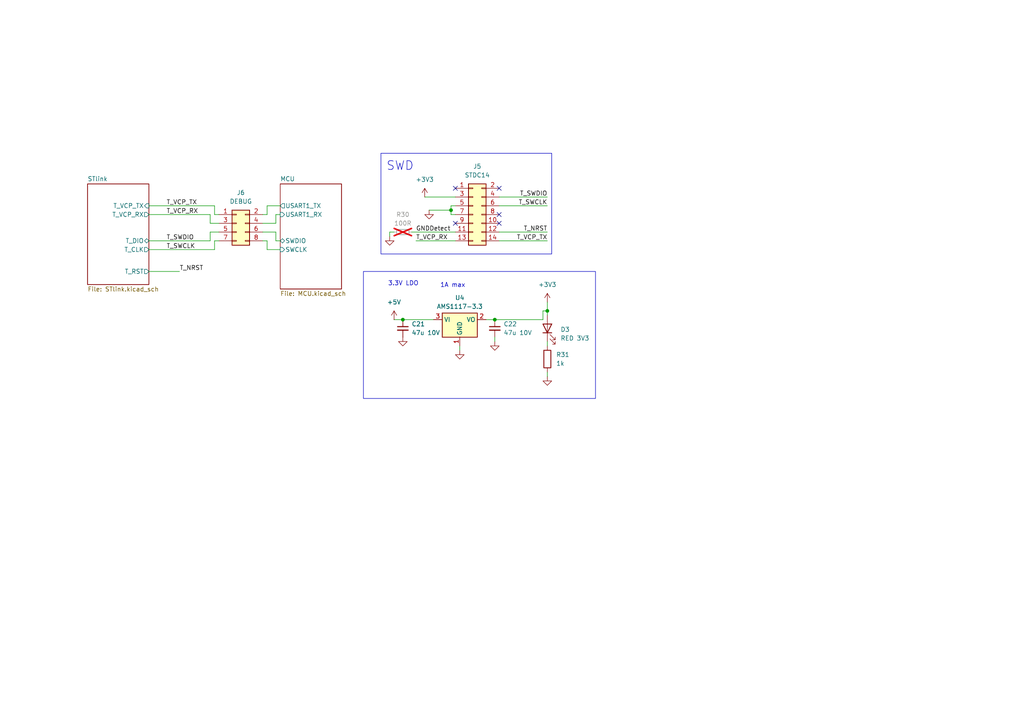
<source format=kicad_sch>
(kicad_sch (version 20231120) (generator "eeschema") (generator_version "8.0")
  (paper "A4")
  (lib_symbols
    (symbol "Connector_Generic:Conn_02x04_Odd_Even" (pin_names (offset 1.016) hide)
      (property "Reference" "J" (at 1.27 5.08 0))
      (property "Value" "Conn_02x04_Odd_Even" (at 1.27 -7.62 0))
      (symbol "Conn_02x04_Odd_Even_1_1"
        (rectangle (start -1.27 -4.953) (end 0 -5.207) (stroke (width 0.1524)))
        (rectangle (start -1.27 -2.413) (end 0 -2.667) (stroke (width 0.1524)))
        (rectangle (start -1.27 0.127) (end 0 -0.127) (stroke (width 0.1524)))
        (rectangle (start -1.27 2.667) (end 0 2.413) (stroke (width 0.1524)))
        (rectangle (start -1.27 3.81) (end 3.81 -6.35) (stroke (width 0.254)) (fill (type background)))
        (rectangle (start 3.81 -4.953) (end 2.54 -5.207) (stroke (width 0.1524)))
        (rectangle (start 3.81 -2.413) (end 2.54 -2.667) (stroke (width 0.1524)))
        (rectangle (start 3.81 0.127) (end 2.54 -0.127) (stroke (width 0.1524)))
        (rectangle (start 3.81 2.667) (end 2.54 2.413) (stroke (width 0.1524)))
        (pin passive line (at -5.08 2.54 0) (length 3.81) (name "Pin_1") (number "1"))
        (pin passive line (at 7.62 2.54 180) (length 3.81) (name "Pin_2") (number "2"))
        (pin passive line (at -5.08 0 0) (length 3.81) (name "Pin_3") (number "3"))
        (pin passive line (at 7.62 0 180) (length 3.81) (name "Pin_4") (number "4"))
        (pin passive line (at -5.08 -2.54 0) (length 3.81) (name "Pin_5") (number "5"))
        (pin passive line (at 7.62 -2.54 180) (length 3.81) (name "Pin_6") (number "6"))
        (pin passive line (at -5.08 -5.08 0) (length 3.81) (name "Pin_7") (number "7"))
        (pin passive line (at 7.62 -5.08 180) (length 3.81) (name "Pin_8") (number "8"))
      )
    )
    (symbol "Connector_Generic:Conn_02x07_Odd_Even" (pin_names (offset 1.016) hide)
      (property "Reference" "J" (at 1.27 10.16 0))
      (property "Value" "Conn_02x07_Odd_Even" (at 1.27 -10.16 0))
      (symbol "Conn_02x07_Odd_Even_1_1"
        (rectangle (start -1.27 -7.493) (end 0 -7.747) (stroke (width 0.1524)))
        (rectangle (start -1.27 -4.953) (end 0 -5.207) (stroke (width 0.1524)))
        (rectangle (start -1.27 -2.413) (end 0 -2.667) (stroke (width 0.1524)))
        (rectangle (start -1.27 0.127) (end 0 -0.127) (stroke (width 0.1524)))
        (rectangle (start -1.27 2.667) (end 0 2.413) (stroke (width 0.1524)))
        (rectangle (start -1.27 5.207) (end 0 4.953) (stroke (width 0.1524)))
        (rectangle (start -1.27 7.747) (end 0 7.493) (stroke (width 0.1524)))
        (rectangle (start -1.27 8.89) (end 3.81 -8.89) (stroke (width 0.254)) (fill (type background)))
        (rectangle (start 3.81 -7.493) (end 2.54 -7.747) (stroke (width 0.1524)))
        (rectangle (start 3.81 -4.953) (end 2.54 -5.207) (stroke (width 0.1524)))
        (rectangle (start 3.81 -2.413) (end 2.54 -2.667) (stroke (width 0.1524)))
        (rectangle (start 3.81 0.127) (end 2.54 -0.127) (stroke (width 0.1524)))
        (rectangle (start 3.81 2.667) (end 2.54 2.413) (stroke (width 0.1524)))
        (rectangle (start 3.81 5.207) (end 2.54 4.953) (stroke (width 0.1524)))
        (rectangle (start 3.81 7.747) (end 2.54 7.493) (stroke (width 0.1524)))
        (pin passive line (at -5.08 7.62 0) (length 3.81) (name "Pin_1") (number "1"))
        (pin passive line (at 7.62 -2.54 180) (length 3.81) (name "Pin_10") (number "10"))
        (pin passive line (at -5.08 -5.08 0) (length 3.81) (name "Pin_11") (number "11"))
        (pin passive line (at 7.62 -5.08 180) (length 3.81) (name "Pin_12") (number "12"))
        (pin passive line (at -5.08 -7.62 0) (length 3.81) (name "Pin_13") (number "13"))
        (pin passive line (at 7.62 -7.62 180) (length 3.81) (name "Pin_14") (number "14"))
        (pin passive line (at 7.62 7.62 180) (length 3.81) (name "Pin_2") (number "2"))
        (pin passive line (at -5.08 5.08 0) (length 3.81) (name "Pin_3") (number "3"))
        (pin passive line (at 7.62 5.08 180) (length 3.81) (name "Pin_4") (number "4"))
        (pin passive line (at -5.08 2.54 0) (length 3.81) (name "Pin_5") (number "5"))
        (pin passive line (at 7.62 2.54 180) (length 3.81) (name "Pin_6") (number "6"))
        (pin passive line (at -5.08 0 0) (length 3.81) (name "Pin_7") (number "7"))
        (pin passive line (at 7.62 0 180) (length 3.81) (name "Pin_8") (number "8"))
        (pin passive line (at -5.08 -2.54 0) (length 3.81) (name "Pin_9") (number "9"))
      )
    )
    (symbol "Device:C_Small" (pin_numbers hide) (pin_names (offset 0.254) hide)
      (property "Reference" "C" (at 0.254 1.778 0))
      (property "Value" "C_Small" (at 0.254 -2.032 0))
      (symbol "C_Small_0_1"
        (polyline (pts (xy -1.524 -0.508) (xy 1.524 -0.508)) (stroke (width 0.3302)))
        (polyline (pts (xy -1.524 0.508) (xy 1.524 0.508)) (stroke (width 0.3048)))
      )
      (symbol "C_Small_1_1"
        (pin passive line (at 0 2.54 270) (length 2.032) (name "~") (number "1"))
        (pin passive line (at 0 -2.54 90) (length 2.032) (name "~") (number "2"))
      )
    )
    (symbol "Device:LED" (pin_numbers hide) (pin_names (offset 1.016) hide)
      (property "Reference" "D" (at 0 2.54 0))
      (property "Value" "LED" (at 0 -2.54 0))
      (symbol "LED_0_1"
        (polyline (pts (xy -1.27 -1.27) (xy -1.27 1.27)) (stroke (width 0.254)))
        (polyline (pts (xy -1.27 0) (xy 1.27 0)))
        (polyline (pts (xy 1.27 -1.27) (xy 1.27 1.27) (xy -1.27 0) (xy 1.27 -1.27)) (stroke (width 0.254)))
        (polyline (pts (xy -3.048 -0.762) (xy -4.572 -2.286) (xy -3.81 -2.286) (xy -4.572 -2.286) (xy -4.572 -1.524)))
        (polyline (pts (xy -1.778 -0.762) (xy -3.302 -2.286) (xy -2.54 -2.286) (xy -3.302 -2.286) (xy -3.302 -1.524)))
      )
      (symbol "LED_1_1"
        (pin passive line (at -3.81 0 0) (length 2.54) (name "K") (number "1"))
        (pin passive line (at 3.81 0 180) (length 2.54) (name "A") (number "2"))
      )
    )
    (symbol "Device:R" (pin_numbers hide) (pin_names (offset 0))
      (property "Reference" "R" (at 2.032 0 90))
      (property "Value" "R" (at 0 0 90))
      (symbol "R_0_1"
        (rectangle (start -1.016 -2.54) (end 1.016 2.54) (stroke (width 0.254)))
      )
      (symbol "R_1_1"
        (pin passive line (at 0 3.81 270) (length 1.27) (name "~") (number "1"))
        (pin passive line (at 0 -3.81 90) (length 1.27) (name "~") (number "2"))
      )
    )
    (symbol "Device:R_Small" (pin_numbers hide) (pin_names (offset 0.254) hide)
      (property "Reference" "R" (at 0.762 0.508 0))
      (property "Value" "R_Small" (at 0.762 -1.016 0))
      (symbol "R_Small_0_1"
        (rectangle (start -0.762 1.778) (end 0.762 -1.778) (stroke (width 0.2032)))
      )
      (symbol "R_Small_1_1"
        (pin passive line (at 0 2.54 270) (length 0.762) (name "~") (number "1"))
        (pin passive line (at 0 -2.54 90) (length 0.762) (name "~") (number "2"))
      )
    )
    (symbol "Regulator_Linear:AMS1117-3.3"
      (property "Reference" "U" (at -3.81 3.175 0))
      (property "Value" "AMS1117-3.3" (at 0 3.175 0))
      (symbol "AMS1117-3.3_0_1"
        (rectangle (start -5.08 -5.08) (end 5.08 1.905) (stroke (width 0.254)) (fill (type background)))
      )
      (symbol "AMS1117-3.3_1_1"
        (pin power_in line (at 0 -7.62 90) (length 2.54) (name "GND") (number "1"))
        (pin power_out line (at 7.62 0 180) (length 2.54) (name "VO") (number "2"))
        (pin power_in line (at -7.62 0 0) (length 2.54) (name "VI") (number "3"))
      )
    )
    (symbol "power:+3V3" (power) (pin_numbers hide) (pin_names (offset 0) hide)
      (property "Value" "+3V3" (at 0 3.556 0))
      (symbol "+3V3_0_1"
        (polyline (pts (xy -0.762 1.27) (xy 0 2.54)))
        (polyline (pts (xy 0 0) (xy 0 2.54)))
        (polyline (pts (xy 0 2.54) (xy 0.762 1.27)))
      )
      (symbol "+3V3_1_1"
        (pin power_in line (at 0 0 90) (length 0) (name "~") (number "1"))
      )
    )
    (symbol "power:+5V" (power) (pin_numbers hide) (pin_names (offset 0) hide)
      (property "Value" "+5V" (at 0 3.556 0))
      (symbol "+5V_0_1"
        (polyline (pts (xy -0.762 1.27) (xy 0 2.54)))
        (polyline (pts (xy 0 0) (xy 0 2.54)))
        (polyline (pts (xy 0 2.54) (xy 0.762 1.27)))
      )
      (symbol "+5V_1_1"
        (pin power_in line (at 0 0 90) (length 0) (name "~") (number "1"))
      )
    )
    (symbol "power:GND" (power) (pin_numbers hide) (pin_names (offset 0) hide)
      (property "Value" "GND" (at 0 -3.81 0))
      (symbol "GND_0_1"
        (polyline (pts (xy 0 0) (xy 0 -1.27) (xy 1.27 -1.27) (xy 0 -2.54) (xy -1.27 -1.27) (xy 0 -1.27)))
      )
      (symbol "GND_1_1"
        (pin power_in line (at 0 0 270) (length 0) (name "~") (number "1"))
      )
    )
  )
  (junction (at 158.75 90.17))
  (junction (at 116.84 92.71))
  (junction (at 130.81 60.96))
  (junction (at 143.51 92.71))
  (no_connect (at 144.78 54.61))
  (no_connect (at 144.78 62.23))
  (no_connect (at 132.08 54.61))
  (no_connect (at 132.08 64.77))
  (no_connect (at 144.78 64.77))
  (wire (pts (xy 158.75 109.22) (xy 158.75 107.95)))
  (wire (pts (xy 60.96 67.31) (xy 60.96 69.85)))
  (wire (pts (xy 80.01 67.31) (xy 80.01 69.85)))
  (wire (pts (xy 62.23 62.23) (xy 62.23 59.69)))
  (wire (pts (xy 140.97 92.71) (xy 143.51 92.71)))
  (wire (pts (xy 114.3 67.31) (xy 113.03 67.31)))
  (wire (pts (xy 60.96 67.31) (xy 63.5 67.31)))
  (wire (pts (xy 43.18 69.85) (xy 60.96 69.85)))
  (wire (pts (xy 144.78 57.15) (xy 158.75 57.15)))
  (wire (pts (xy 43.18 78.74) (xy 52.07 78.74)))
  (wire (pts (xy 80.01 69.85) (xy 81.28 69.85)))
  (wire (pts (xy 77.47 72.39) (xy 81.28 72.39)))
  (wire (pts (xy 43.18 59.69) (xy 62.23 59.69)))
  (wire (pts (xy 76.2 69.85) (xy 77.47 69.85)))
  (wire (pts (xy 60.96 64.77) (xy 60.96 62.23)))
  (wire (pts (xy 62.23 69.85) (xy 62.23 72.39)))
  (wire (pts (xy 130.81 59.69) (xy 130.81 60.96)))
  (wire (pts (xy 158.75 100.33) (xy 158.75 99.06)))
  (wire (pts (xy 120.65 69.85) (xy 132.08 69.85)))
  (wire (pts (xy 77.47 59.69) (xy 81.28 59.69)))
  (wire (pts (xy 60.96 64.77) (xy 63.5 64.77)))
  (wire (pts (xy 130.81 60.96) (xy 124.46 60.96)))
  (wire (pts (xy 119.38 67.31) (xy 132.08 67.31)))
  (wire (pts (xy 130.81 62.23) (xy 132.08 62.23)))
  (wire (pts (xy 77.47 69.85) (xy 77.47 72.39)))
  (wire (pts (xy 158.75 90.17) (xy 158.75 91.44)))
  (wire (pts (xy 130.81 60.96) (xy 130.81 62.23)))
  (wire (pts (xy 116.84 92.71) (xy 125.73 92.71)))
  (wire (pts (xy 62.23 69.85) (xy 63.5 69.85)))
  (wire (pts (xy 144.78 69.85) (xy 158.75 69.85)))
  (wire (pts (xy 133.35 101.6) (xy 133.35 100.33)))
  (wire (pts (xy 157.48 92.71) (xy 157.48 90.17)))
  (wire (pts (xy 76.2 67.31) (xy 80.01 67.31)))
  (wire (pts (xy 62.23 62.23) (xy 63.5 62.23)))
  (wire (pts (xy 114.3 92.71) (xy 116.84 92.71)))
  (wire (pts (xy 113.03 67.31) (xy 113.03 68.58)))
  (wire (pts (xy 43.18 72.39) (xy 62.23 72.39)))
  (wire (pts (xy 80.01 64.77) (xy 80.01 62.23)))
  (wire (pts (xy 123.19 57.15) (xy 132.08 57.15)))
  (wire (pts (xy 158.75 87.63) (xy 158.75 90.17)))
  (wire (pts (xy 144.78 59.69) (xy 158.75 59.69)))
  (wire (pts (xy 132.08 59.69) (xy 130.81 59.69)))
  (wire (pts (xy 77.47 62.23) (xy 77.47 59.69)))
  (wire (pts (xy 143.51 92.71) (xy 157.48 92.71)))
  (wire (pts (xy 144.78 67.31) (xy 158.75 67.31)))
  (wire (pts (xy 158.75 90.17) (xy 157.48 90.17)))
  (wire (pts (xy 76.2 62.23) (xy 77.47 62.23)))
  (wire (pts (xy 43.18 62.23) (xy 60.96 62.23)))
  (wire (pts (xy 80.01 62.23) (xy 81.28 62.23)))
  (wire (pts (xy 76.2 64.77) (xy 80.01 64.77)))
  (wire (pts (xy 143.51 99.06) (xy 143.51 97.79)))
  (rectangle (start 105.41 78.74) (end 172.72 115.57))
  (rectangle (start 110.49 44.45) (end 160.02 73.66))
  (text "3.3V LDO" (at 112.522 83.058 0) (effects (font (size 1.27 1.27)) (justify left bottom)))
  (text "SWD" (at 112.014 46.736 0) (effects (font (size 2.54 2.54)) (justify left top)))
  (text "1A max" (at 131.318 82.804 0) (effects (font (size 1.27 1.27))))
  (label "T_SWDIO" (at 158.75 57.15 180))
  (label "GNDDetect" (at 120.65 67.31 0))
  (label "T_SWDIO" (at 48.26 69.85 0))
  (label "T_NRST" (at 158.75 67.31 180))
  (label "T_VCP_RX" (at 120.65 69.85 0))
  (label "T_VCP_TX" (at 48.26 59.69 0))
  (label "T_SWCLK" (at 158.75 59.69 180))
  (label "T_VCP_RX" (at 48.26 62.23 0))
  (label "T_SWCLK" (at 48.26 72.39 0))
  (label "T_VCP_TX" (at 158.75 69.85 180))
  (label "T_NRST" (at 52.07 78.74 0))
  (symbol (lib_id "Device:R_Small") (at 116.84 67.31 90) (unit 1) (in_bom no) (on_board no) (dnp yes)
    (property "Reference" "R30" (at 116.84 62.23 90))
    (property "Value" "100R" (at 116.84 64.77 90))
    (property "Footprint" "Resistor_SMD:R_0603_1608Metric" (effects (hide yes)))
    (property "Description" "Resistor, small symbol" (effects (hide yes)))
  )
  (symbol (lib_id "Connector_Generic:Conn_02x04_Odd_Even") (at 68.58 64.77 0) (unit 1)
    (property "Reference" "J6" (at 69.85 55.88 0))
    (property "Value" "DEBUG" (at 69.85 58.42 0))
    (property "Footprint" "Connector_PinHeader_2.54mm:PinHeader_2x04_P2.54mm_Vertical" (effects (hide yes)))
    (property "Description" "Generic connector, double row, 02x04, odd/even pin numbering scheme (row 1 odd numbers, row 2 even numbers), script generated (kicad-library-utils/schlib/autogen/connector/)" (effects (hide yes)))
  )
  (symbol (lib_id "Regulator_Linear:AMS1117-3.3") (at 133.35 92.71 0) (unit 1)
    (property "Reference" "U4" (at 133.35 86.36 0))
    (property "Value" "AMS1117-3.3" (at 133.35 88.9 0))
    (property "Footprint" "Package_TO_SOT_SMD:SOT-223-3_TabPin2" (effects (hide yes)))
    (property "Datasheet" "http://www.advanced-monolithic.com/pdf/ds1117.pdf" (effects (hide yes)))
    (property "Description" "1A Low Dropout regulator, positive, 3.3V fixed output, SOT-223" (effects (hide yes)))
  )
  (symbol (lib_id "power:+3V3") (at 123.19 57.15 0) (unit 1)
    (property "Reference" "#PWR051" (effects (hide yes)))
    (property "Value" "+3V3" (at 123.19 52.07 0))
    (property "Description" "Power symbol creates a global label with name \"+3V3\"" (effects (hide yes)))
  )
  (symbol (lib_id "power:GND") (at 113.03 68.58 0) (unit 1)
    (property "Reference" "#PWR053" (effects (hide yes)))
    (property "Value" "GND" (effects (hide yes)))
    (property "Description" "Power symbol creates a global label with name \"GND\" , ground" (effects (hide yes)))
  )
  (symbol (lib_id "power:GND") (at 133.35 101.6 0) (unit 1)
    (property "Reference" "#PWR058" (effects (hide yes)))
    (property "Value" "GND" (effects (hide yes)))
    (property "Description" "Power symbol creates a global label with name \"GND\" , ground" (effects (hide yes)))
  )
  (symbol (lib_id "power:GND") (at 116.84 97.79 0) (unit 1)
    (property "Reference" "#PWR056" (effects (hide yes)))
    (property "Value" "GND" (effects (hide yes)))
    (property "Description" "Power symbol creates a global label with name \"GND\" , ground" (effects (hide yes)))
  )
  (symbol (lib_id "Device:R") (at 158.75 104.14 0) (unit 1)
    (property "Reference" "R31" (at 161.29 102.87 0) (effects (justify left)))
    (property "Value" "1k" (at 161.29 105.41 0) (effects (justify left)))
    (property "Footprint" "Resistor_SMD:R_0402_1005Metric" (effects (hide yes)))
    (property "Description" "Resistor" (effects (hide yes)))
  )
  (symbol (lib_id "power:GND") (at 124.46 60.96 0) (unit 1)
    (property "Reference" "#PWR052" (effects (hide yes)))
    (property "Value" "GND" (effects (hide yes)))
    (property "Description" "Power symbol creates a global label with name \"GND\" , ground" (effects (hide yes)))
  )
  (symbol (lib_id "power:+5V") (at 114.3 92.71 0) (unit 1)
    (property "Reference" "#PWR055" (effects (hide yes)))
    (property "Value" "+5V" (at 114.3 87.63 0))
    (property "Description" "Power symbol creates a global label with name \"+5V\"" (effects (hide yes)))
  )
  (symbol (lib_id "Device:C_Small") (at 143.51 95.25 0) (unit 1)
    (property "Reference" "C22" (at 146.05 93.98 0) (effects (justify left)))
    (property "Value" "47u 10V" (at 146.05 96.52 0) (effects (justify left)))
    (property "Footprint" "Capacitor_SMD:C_1206_3216Metric" (effects (hide yes)))
    (property "Description" "Unpolarized capacitor, small symbol" (effects (hide yes)))
  )
  (symbol (lib_id "Connector_Generic:Conn_02x07_Odd_Even") (at 137.16 62.23 0) (unit 1)
    (property "Reference" "J5" (at 138.43 48.26 0))
    (property "Value" "STDC14" (at 138.43 50.8 0))
    (property "Footprint" "nturt_kicad_lib_EP6:box_header_14P_pitch127" (effects (hide yes)))
    (property "Description" "Generic connector, double row, 02x07, odd/even pin numbering scheme (row 1 odd numbers, row 2 even numbers), script generated (kicad-library-utils/schlib/autogen/connector/)" (effects (hide yes)))
  )
  (symbol (lib_id "power:GND") (at 143.51 99.06 0) (unit 1)
    (property "Reference" "#PWR057" (effects (hide yes)))
    (property "Value" "GND" (effects (hide yes)))
    (property "Description" "Power symbol creates a global label with name \"GND\" , ground" (effects (hide yes)))
  )
  (symbol (lib_id "power:GND") (at 158.75 109.22 0) (unit 1)
    (property "Reference" "#PWR059" (effects (hide yes)))
    (property "Value" "GND" (effects (hide yes)))
    (property "Description" "Power symbol creates a global label with name \"GND\" , ground" (effects (hide yes)))
  )
  (symbol (lib_id "Device:LED") (at 158.75 95.25 90) (unit 1)
    (property "Reference" "D3" (at 162.56 95.5675 90) (effects (justify right)))
    (property "Value" "RED 3V3" (at 162.56 98.1075 90) (effects (justify right)))
    (property "Footprint" "LED_SMD:LED_0603_1608Metric" (effects (hide yes)))
    (property "Description" "Light emitting diode" (effects (hide yes)))
  )
  (symbol (lib_id "power:+3V3") (at 158.75 87.63 0) (unit 1)
    (property "Reference" "#PWR054" (effects (hide yes)))
    (property "Value" "+3V3" (at 158.75 82.55 0))
    (property "Description" "Power symbol creates a global label with name \"+3V3\"" (effects (hide yes)))
  )
  (symbol (lib_id "Device:C_Small") (at 116.84 95.25 0) (unit 1)
    (property "Reference" "C21" (at 119.38 93.98 0) (effects (justify left)))
    (property "Value" "47u 10V" (at 119.38 96.52 0) (effects (justify left)))
    (property "Footprint" "Capacitor_SMD:C_1206_3216Metric" (effects (hide yes)))
    (property "Description" "Unpolarized capacitor, small symbol" (effects (hide yes)))
  )
  (sheet (at 25.4 53.34) (size 17.78 29.21) (stroke (width 0.1524))
    (property "Sheetname" "STlink" (at 25.4 52.6284 0) (effects (justify left bottom)))
    (property "Sheetfile" "STlink.kicad_sch" (at 25.4 83.1346 0) (effects (justify left top)))
    (pin "T_RST" output (at 43.18 78.74 0))
    (pin "T_VCP_RX" output (at 43.18 62.23 0))
    (pin "T_CLK" output (at 43.18 72.39 0))
    (pin "T_DIO" bidirectional (at 43.18 69.85 0))
    (pin "T_VCP_TX" input (at 43.18 59.69 0))
  )
  (sheet (at 81.28 53.34) (size 17.78 30.48) (stroke (width 0.1524))
    (property "Sheetname" "MCU" (at 81.28 52.6284 0) (effects (justify left bottom)))
    (property "Sheetfile" "MCU.kicad_sch" (at 81.28 84.4046 0) (effects (justify left top)))
    (pin "USART1_TX" output (at 81.28 59.69 180))
    (pin "USART1_RX" input (at 81.28 62.23 180))
    (pin "SWDIO" bidirectional (at 81.28 69.85 180))
    (pin "SWCLK" input (at 81.28 72.39 180))
  )
)
</source>
